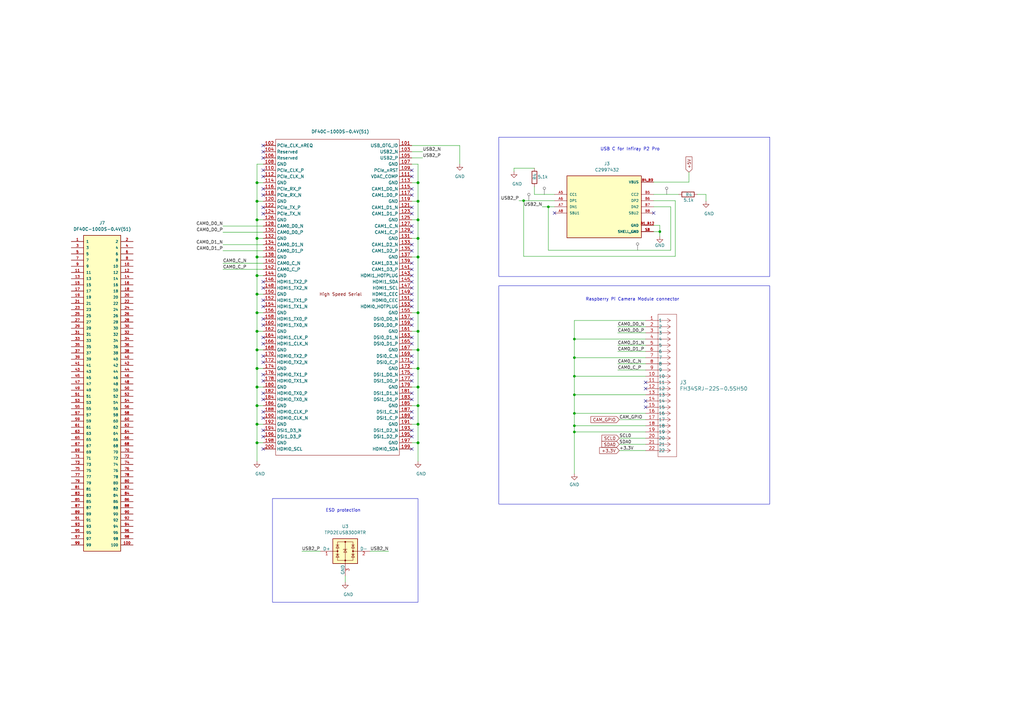
<source format=kicad_sch>
(kicad_sch (version 20230121) (generator eeschema)
  (paper "A3")
  (title_block (title "Raspberry Pi Compute Module 4 Carrier Board v1") (date "2023-06-21") (rev "v01") (comment 2 "creativecommons.org/licenses/by-sa/4.0") (comment 3 "License: CC BY 4.0") (comment 4 "Author: Iiro Karppanen"))
  (lib_symbols
    (symbol "CM4IO:ComputeModule4-CM4"
      (property "Reference" "Module" (at 113.03 -68.58 0))
      (property "Value" "ComputeModule4-CM4" (at 140.97 2.54 0))
      (property "Manufacturer" "Hirose" (at 0 0 0))
      (property "MPN" "2x DF40C-100DS-0.4V" (at 0 -2.54 0))
      (property "MPN (Alt)" "2x DF40HC(3.0)-100DS-0.4V" (at 0 0 0))
      (symbol "ComputeModule4-CM4_1_0"
        (text "GPIO" (at 0 6.35 0) (effects (font (size 1.27 1.27))))
      )
      (symbol "ComputeModule4-CM4_1_1"
        (text "600mA Max" (at -8.89 -53.34 0) (effects (font (size 1.27 1.27))))
        (text "600mA Max" (at -8.89 -48.26 0) (effects (font (size 1.27 1.27))))
        (text "NB SD signals are only available" (at -1.27 -27.94 0) (effects (font (size 1.27 1.27))))
        (text "on modules without eMMC" (at -1.27 -30.48 0) (effects (font (size 1.27 1.27))))
        (pin power_in line (at 27.94 55.88 180) (length 2.54) (name "GND") (number "1"))
        (pin passive line (at -33.02 45.72 0) (length 2.54) (name "Ethernet_Pair0_N") (number "10"))
        (pin output line (at -33.02 -68.58 0) (length 2.54) (name "nEXTRST") (number "100"))
        (pin passive line (at 27.94 43.18 180) (length 2.54) (name "Ethernet_Pair2_P") (number "11"))
        (pin passive line (at -33.02 43.18 0) (length 2.54) (name "Ethernet_Pair0_P") (number "12"))
        (pin power_in line (at 27.94 40.64 180) (length 2.54) (name "GND") (number "13"))
        (pin power_in line (at -33.02 40.64 0) (length 2.54) (name "GND") (number "14"))
        (pin output line (at 27.94 38.1 180) (length 2.54) (name "Ethernet_nLED3(3.3v)") (number "15"))
        (pin input line (at -33.02 38.1 0) (length 2.54) (name "Ethernet_SYNC_IN(1.8v)") (number "16"))
        (pin output line (at 27.94 35.56 180) (length 2.54) (name "Ethernet_nLED2(3.3v)") (number "17"))
        (pin input line (at -33.02 35.56 0) (length 2.54) (name "Ethernet_SYNC_OUT(1.8v)") (number "18"))
        (pin output line (at 27.94 33.02 180) (length 2.54) (name "Ethernet_nLED1(3.3v)") (number "19"))
        (pin power_in line (at -33.02 55.88 0) (length 2.54) (name "GND") (number "2"))
        (pin passive line (at -33.02 33.02 0) (length 2.54) (name "EEPROM_nWP") (number "20"))
        (pin open_collector line (at 27.94 30.48 180) (length 2.54) (name "PI_nLED_Activity") (number "21"))
        (pin power_in line (at -33.02 30.48 0) (length 2.54) (name "GND") (number "22"))
        (pin power_in line (at 27.94 27.94 180) (length 2.54) (name "GND") (number "23"))
        (pin passive line (at -33.02 27.94 0) (length 2.54) (name "GPIO26") (number "24"))
        (pin passive line (at 27.94 25.4 180) (length 2.54) (name "GPIO21") (number "25"))
        (pin passive line (at -33.02 25.4 0) (length 2.54) (name "GPIO19") (number "26"))
        (pin passive line (at 27.94 22.86 180) (length 2.54) (name "GPIO20") (number "27"))
        (pin passive line (at -33.02 22.86 0) (length 2.54) (name "GPIO13") (number "28"))
        (pin passive line (at 27.94 20.32 180) (length 2.54) (name "GPIO16") (number "29"))
        (pin passive line (at 27.94 53.34 180) (length 2.54) (name "Ethernet_Pair3_P") (number "3"))
        (pin passive line (at -33.02 20.32 0) (length 2.54) (name "GPIO6") (number "30"))
        (pin passive line (at 27.94 17.78 180) (length 2.54) (name "GPIO12") (number "31"))
        (pin power_in line (at -33.02 17.78 0) (length 2.54) (name "GND") (number "32"))
        (pin power_in line (at 27.94 15.24 180) (length 2.54) (name "GND") (number "33"))
        (pin passive line (at -33.02 15.24 0) (length 2.54) (name "GPIO5") (number "34"))
        (pin passive line (at 27.94 12.7 180) (length 2.54) (name "ID_SC") (number "35"))
        (pin passive line (at -33.02 12.7 0) (length 2.54) (name "ID_SD") (number "36"))
        (pin passive line (at 27.94 10.16 180) (length 2.54) (name "GPIO7") (number "37"))
        (pin passive line (at -33.02 10.16 0) (length 2.54) (name "GPIO11") (number "38"))
        (pin passive line (at 27.94 7.62 180) (length 2.54) (name "GPIO8") (number "39"))
        (pin passive line (at -33.02 53.34 0) (length 2.54) (name "Ethernet_Pair1_P") (number "4"))
        (pin passive line (at -33.02 7.62 0) (length 2.54) (name "GPIO9") (number "40"))
        (pin passive line (at 27.94 5.08 180) (length 2.54) (name "GPIO25") (number "41"))
        (pin power_in line (at -33.02 5.08 0) (length 2.54) (name "GND") (number "42"))
        (pin power_in line (at 27.94 2.54 180) (length 2.54) (name "GND") (number "43"))
        (pin passive line (at -33.02 2.54 0) (length 2.54) (name "GPIO10") (number "44"))
        (pin passive line (at 27.94 0 180) (length 2.54) (name "GPIO24") (number "45"))
        (pin passive line (at -33.02 0 0) (length 2.54) (name "GPIO22") (number "46"))
        (pin passive line (at 27.94 -2.54 180) (length 2.54) (name "GPIO23") (number "47"))
        (pin passive line (at -33.02 -2.54 0) (length 2.54) (name "GPIO27") (number "48"))
        (pin passive line (at 27.94 -5.08 180) (length 2.54) (name "GPIO18") (number "49"))
        (pin passive line (at 27.94 50.8 180) (length 2.54) (name "Ethernet_Pair3_N") (number "5"))
        (pin passive line (at -33.02 -5.08 0) (length 2.54) (name "GPIO17") (number "50"))
        (pin passive line (at 27.94 -7.62 180) (length 2.54) (name "GPIO15") (number "51"))
        (pin power_in line (at -33.02 -7.62 0) (length 2.54) (name "GND") (number "52"))
        (pin power_in line (at 27.94 -10.16 180) (length 2.54) (name "GND") (number "53"))
        (pin passive line (at -33.02 -10.16 0) (length 2.54) (name "GPIO4") (number "54"))
        (pin passive line (at 27.94 -12.7 180) (length 2.54) (name "GPIO14") (number "55"))
        (pin passive line (at -33.02 -12.7 0) (length 2.54) (name "GPIO3") (number "56"))
        (pin passive line (at 27.94 -15.24 180) (length 2.54) (name "SD_CLK") (number "57"))
        (pin passive line (at -33.02 -15.24 0) (length 2.54) (name "GPIO2") (number "58"))
        (pin power_in line (at 27.94 -17.78 180) (length 2.54) (name "GND") (number "59"))
        (pin passive line (at -33.02 50.8 0) (length 2.54) (name "Ethernet_Pair1_N") (number "6"))
        (pin power_in line (at -33.02 -17.78 0) (length 2.54) (name "GND") (number "60"))
        (pin passive line (at 27.94 -20.32 180) (length 2.54) (name "SD_DAT3") (number "61"))
        (pin passive line (at -33.02 -20.32 0) (length 2.54) (name "SD_CMD") (number "62"))
        (pin passive line (at 27.94 -22.86 180) (length 2.54) (name "SD_DAT0") (number "63"))
        (pin passive line (at -33.02 -22.86 0) (length 2.54) (name "SD_DAT5") (number "64"))
        (pin power_in line (at 27.94 -25.4 180) (length 2.54) (name "GND") (number "65"))
        (pin power_in line (at -33.02 -25.4 0) (length 2.54) (name "GND") (number "66"))
        (pin passive line (at 27.94 -27.94 180) (length 2.54) (name "SD_DAT1") (number "67"))
        (pin passive line (at -33.02 -27.94 0) (length 2.54) (name "SD_DAT4") (number "68"))
        (pin passive line (at 27.94 -30.48 180) (length 2.54) (name "SD_DAT2") (number "69"))
        (pin power_in line (at 27.94 48.26 180) (length 2.54) (name "GND") (number "7"))
        (pin passive line (at -33.02 -30.48 0) (length 2.54) (name "SD_DAT7") (number "70"))
        (pin power_in line (at 27.94 -33.02 180) (length 2.54) (name "GND") (number "71"))
        (pin passive line (at -33.02 -33.02 0) (length 2.54) (name "SD_DAT6") (number "72"))
        (pin input line (at 27.94 -35.56 180) (length 2.54) (name "SD_VDD_Override") (number "73"))
        (pin power_in line (at -33.02 -35.56 0) (length 2.54) (name "GND") (number "74"))
        (pin output line (at 27.94 -38.1 180) (length 2.54) (name "SD_PWR_ON") (number "75"))
        (pin passive line (at -33.02 -38.1 0) (length 2.54) (name "Reserved") (number "76"))
        (pin power_in line (at 27.94 -40.64 180) (length 2.54) (name "+5v_(Input)") (number "77"))
        (pin power_in line (at -33.02 -40.64 0) (length 2.54) (name "GPIO_VREF(1.8v/3.3v_Input)") (number "78"))
        (pin power_in line (at 27.94 -43.18 180) (length 2.54) (name "+5v_(Input)") (number "79"))
        (pin power_in line (at -33.02 48.26 0) (length 2.54) (name "GND") (number "8"))
        (pin passive line (at -33.02 -43.18 0) (length 2.54) (name "SCL0") (number "80"))
        (pin power_in line (at 27.94 -45.72 180) (length 2.54) (name "+5v_(Input)") (number "81"))
        (pin passive line (at -33.02 -45.72 0) (length 2.54) (name "SDA0") (number "82"))
        (pin power_in line (at 27.94 -48.26 180) (length 2.54) (name "+5v_(Input)") (number "83"))
        (pin power_out line (at -33.02 -48.26 0) (length 2.54) (name "+3.3v_(Output)") (number "84"))
        (pin power_in line (at 27.94 -50.8 180) (length 2.54) (name "+5v_(Input)") (number "85"))
        (pin power_out line (at -33.02 -50.8 0) (length 2.54) (name "+3.3v_(Output)") (number "86"))
        (pin power_in line (at 27.94 -53.34 180) (length 2.54) (name "+5v_(Input)") (number "87"))
        (pin power_out line (at -33.02 -53.34 0) (length 2.54) (name "+1.8v_(Output)") (number "88"))
        (pin power_in line (at 27.94 -55.88 180) (length 2.54) (name "WiFi_nDisable") (number "89"))
        (pin passive line (at 27.94 45.72 180) (length 2.54) (name "Ethernet_Pair2_N") (number "9"))
        (pin power_out line (at -33.02 -55.88 0) (length 2.54) (name "+1.8v_(Output)") (number "90"))
        (pin power_in line (at 27.94 -58.42 180) (length 2.54) (name "BT_nDisable") (number "91"))
        (pin passive line (at -33.02 -58.42 0) (length 2.54) (name "RUN_PG") (number "92"))
        (pin input line (at 27.94 -60.96 180) (length 2.54) (name "nRPIBOOT") (number "93"))
        (pin passive line (at -33.02 -60.96 0) (length 2.54) (name "AnalogIP0") (number "94"))
        (pin output line (at 27.94 -63.5 180) (length 2.54) (name "nPI_LED_PWR") (number "95"))
        (pin passive line (at -33.02 -63.5 0) (length 2.54) (name "AnalogIP1") (number "96"))
        (pin passive line (at 27.94 -66.04 180) (length 2.54) (name "Camera_GPIO") (number "97"))
        (pin power_in line (at -33.02 -66.04 0) (length 2.54) (name "GND") (number "98"))
        (pin input line (at 27.94 -68.58 180) (length 2.54) (name "Global_EN") (number "99"))
      )
      (symbol "ComputeModule4-CM4_2_1"
        (text "High Speed Serial" (at 140.97 0 0) (effects (font (size 1.27 1.27))))
        (pin input line (at 170.18 60.96 180) (length 5.08) (name "USB_OTG_ID") (number "101"))
        (pin input line (at 109.22 60.96 0) (length 5.08) (name "PCIe_CLK_nREQ") (number "102"))
        (pin passive line (at 170.18 58.42 180) (length 5.08) (name "USB2_N") (number "103"))
        (pin passive line (at 109.22 58.42 0) (length 5.08) (name "Reserved") (number "104"))
        (pin passive line (at 170.18 55.88 180) (length 5.08) (name "USB2_P") (number "105"))
        (pin passive line (at 109.22 55.88 0) (length 5.08) (name "Reserved") (number "106"))
        (pin power_in line (at 170.18 53.34 180) (length 5.08) (name "GND") (number "107"))
        (pin power_in line (at 109.22 53.34 0) (length 5.08) (name "GND") (number "108"))
        (pin bidirectional line (at 170.18 50.8 180) (length 5.08) (name "PCIe_nRST") (number "109"))
        (pin output line (at 109.22 50.8 0) (length 5.08) (name "PCIe_CLK_P") (number "110"))
        (pin passive line (at 170.18 48.26 180) (length 5.08) (name "VDAC_COMP") (number "111"))
        (pin output line (at 109.22 48.26 0) (length 5.08) (name "PCIe_CLK_N") (number "112"))
        (pin power_in line (at 170.18 45.72 180) (length 5.08) (name "GND") (number "113"))
        (pin power_in line (at 109.22 45.72 0) (length 5.08) (name "GND") (number "114"))
        (pin input line (at 170.18 43.18 180) (length 5.08) (name "CAM1_D0_N") (number "115"))
        (pin input line (at 109.22 43.18 0) (length 5.08) (name "PCIe_RX_P") (number "116"))
        (pin input line (at 170.18 40.64 180) (length 5.08) (name "CAM1_D0_P") (number "117"))
        (pin input line (at 109.22 40.64 0) (length 5.08) (name "PCIe_RX_N") (number "118"))
        (pin power_in line (at 170.18 38.1 180) (length 5.08) (name "GND") (number "119"))
        (pin power_in line (at 109.22 38.1 0) (length 5.08) (name "GND") (number "120"))
        (pin input line (at 170.18 35.56 180) (length 5.08) (name "CAM1_D1_N") (number "121"))
        (pin output line (at 109.22 35.56 0) (length 5.08) (name "PCIe_TX_P") (number "122"))
        (pin input line (at 170.18 33.02 180) (length 5.08) (name "CAM1_D1_P") (number "123"))
        (pin output line (at 109.22 33.02 0) (length 5.08) (name "PCIe_TX_N") (number "124"))
        (pin power_in line (at 170.18 30.48 180) (length 5.08) (name "GND") (number "125"))
        (pin power_in line (at 109.22 30.48 0) (length 5.08) (name "GND") (number "126"))
        (pin input line (at 170.18 27.94 180) (length 5.08) (name "CAM1_C_N") (number "127"))
        (pin input line (at 109.22 27.94 0) (length 5.08) (name "CAM0_D0_N") (number "128"))
        (pin input line (at 170.18 25.4 180) (length 5.08) (name "CAM1_C_P") (number "129"))
        (pin input line (at 109.22 25.4 0) (length 5.08) (name "CAM0_D0_P") (number "130"))
        (pin power_in line (at 170.18 22.86 180) (length 5.08) (name "GND") (number "131"))
        (pin power_in line (at 109.22 22.86 0) (length 5.08) (name "GND") (number "132"))
        (pin input line (at 170.18 20.32 180) (length 5.08) (name "CAM1_D2_N") (number "133"))
        (pin input line (at 109.22 20.32 0) (length 5.08) (name "CAM0_D1_N") (number "134"))
        (pin input line (at 170.18 17.78 180) (length 5.08) (name "CAM1_D2_P") (number "135"))
        (pin input line (at 109.22 17.78 0) (length 5.08) (name "CAM0_D1_P") (number "136"))
        (pin power_in line (at 170.18 15.24 180) (length 5.08) (name "GND") (number "137"))
        (pin power_in line (at 109.22 15.24 0) (length 5.08) (name "GND") (number "138"))
        (pin input line (at 170.18 12.7 180) (length 5.08) (name "CAM1_D3_N") (number "139"))
        (pin input line (at 109.22 12.7 0) (length 5.08) (name "CAM0_C_N") (number "140"))
        (pin input line (at 170.18 10.16 180) (length 5.08) (name "CAM1_D3_P") (number "141"))
        (pin input line (at 109.22 10.16 0) (length 5.08) (name "CAM0_C_P") (number "142"))
        (pin input line (at 170.18 7.62 180) (length 5.08) (name "HDMI1_HOTPLUG") (number "143"))
        (pin power_in line (at 109.22 7.62 0) (length 5.08) (name "GND") (number "144"))
        (pin bidirectional line (at 170.18 5.08 180) (length 5.08) (name "HDMI1_SDA") (number "145"))
        (pin output line (at 109.22 5.08 0) (length 5.08) (name "HDMI1_TX2_P") (number "146"))
        (pin open_collector line (at 170.18 2.54 180) (length 5.08) (name "HDMI1_SCL") (number "147"))
        (pin output line (at 109.22 2.54 0) (length 5.08) (name "HDMI1_TX2_N") (number "148"))
        (pin open_collector line (at 170.18 0 180) (length 5.08) (name "HDMI1_CEC") (number "149"))
        (pin power_in line (at 109.22 0 0) (length 5.08) (name "GND") (number "150"))
        (pin open_collector line (at 170.18 -2.54 180) (length 5.08) (name "HDMI0_CEC") (number "151"))
        (pin output line (at 109.22 -2.54 0) (length 5.08) (name "HDMI1_TX1_P") (number "152"))
        (pin input line (at 170.18 -5.08 180) (length 5.08) (name "HDMI0_HOTPLUG") (number "153"))
        (pin output line (at 109.22 -5.08 0) (length 5.08) (name "HDMI1_TX1_N") (number "154"))
        (pin power_in line (at 170.18 -7.62 180) (length 5.08) (name "GND") (number "155"))
        (pin power_in line (at 109.22 -7.62 0) (length 5.08) (name "GND") (number "156"))
        (pin output line (at 170.18 -10.16 180) (length 5.08) (name "DSI0_D0_N") (number "157"))
        (pin output line (at 109.22 -10.16 0) (length 5.08) (name "HDMI1_TX0_P") (number "158"))
        (pin output line (at 170.18 -12.7 180) (length 5.08) (name "DSI0_D0_P") (number "159"))
        (pin output line (at 109.22 -12.7 0) (length 5.08) (name "HDMI1_TX0_N") (number "160"))
        (pin power_in line (at 170.18 -15.24 180) (length 5.08) (name "GND") (number "161"))
        (pin power_in line (at 109.22 -15.24 0) (length 5.08) (name "GND") (number "162"))
        (pin output line (at 170.18 -17.78 180) (length 5.08) (name "DSI0_D1_N") (number "163"))
        (pin output line (at 109.22 -17.78 0) (length 5.08) (name "HDMI1_CLK_P") (number "164"))
        (pin output line (at 170.18 -20.32 180) (length 5.08) (name "DSI0_D1_P") (number "165"))
        (pin output line (at 109.22 -20.32 0) (length 5.08) (name "HDMI1_CLK_N") (number "166"))
        (pin power_in line (at 170.18 -22.86 180) (length 5.08) (name "GND") (number "167"))
        (pin power_in line (at 109.22 -22.86 0) (length 5.08) (name "GND") (number "168"))
        (pin output line (at 170.18 -25.4 180) (length 5.08) (name "DSI0_C_N") (number "169"))
        (pin output line (at 109.22 -25.4 0) (length 5.08) (name "HDMI0_TX2_P") (number "170"))
        (pin output line (at 170.18 -27.94 180) (length 5.08) (name "DSI0_C_P") (number "171"))
        (pin output line (at 109.22 -27.94 0) (length 5.08) (name "HDMI0_TX2_N") (number "172"))
        (pin power_in line (at 170.18 -30.48 180) (length 5.08) (name "GND") (number "173"))
        (pin power_in line (at 109.22 -30.48 0) (length 5.08) (name "GND") (number "174"))
        (pin output line (at 170.18 -33.02 180) (length 5.08) (name "DSI1_D0_N") (number "175"))
        (pin output line (at 109.22 -33.02 0) (length 5.08) (name "HDMI0_TX1_P") (number "176"))
        (pin output line (at 170.18 -35.56 180) (length 5.08) (name "DSI1_D0_P") (number "177"))
        (pin output line (at 109.22 -35.56 0) (length 5.08) (name "HDMI0_TX1_N") (number "178"))
        (pin power_in line (at 170.18 -38.1 180) (length 5.08) (name "GND") (number "179"))
        (pin power_in line (at 109.22 -38.1 0) (length 5.08) (name "GND") (number "180"))
        (pin output line (at 170.18 -40.64 180) (length 5.08) (name "DSI1_D1_N") (number "181"))
        (pin output line (at 109.22 -40.64 0) (length 5.08) (name "HDMI0_TX0_P") (number "182"))
        (pin output line (at 170.18 -43.18 180) (length 5.08) (name "DSI1_D1_P") (number "183"))
        (pin output line (at 109.22 -43.18 0) (length 5.08) (name "HDMI0_TX0_N") (number "184"))
        (pin power_in line (at 170.18 -45.72 180) (length 5.08) (name "GND") (number "185"))
        (pin power_in line (at 109.22 -45.72 0) (length 5.08) (name "GND") (number "186"))
        (pin output line (at 170.18 -48.26 180) (length 5.08) (name "DSI1_C_N") (number "187"))
        (pin output line (at 109.22 -48.26 0) (length 5.08) (name "HDMI0_CLK_P") (number "188"))
        (pin output line (at 170.18 -50.8 180) (length 5.08) (name "DSI1_C_P") (number "189"))
        (pin output line (at 109.22 -50.8 0) (length 5.08) (name "HDMI0_CLK_N") (number "190"))
        (pin power_in line (at 170.18 -53.34 180) (length 5.08) (name "GND") (number "191"))
        (pin power_in line (at 109.22 -53.34 0) (length 5.08) (name "GND") (number "192"))
        (pin output line (at 170.18 -55.88 180) (length 5.08) (name "DSI1_D2_N") (number "193"))
        (pin output line (at 109.22 -55.88 0) (length 5.08) (name "DSI1_D3_N") (number "194"))
        (pin output line (at 170.18 -58.42 180) (length 5.08) (name "DSI1_D2_P") (number "195"))
        (pin output line (at 109.22 -58.42 0) (length 5.08) (name "DSI1_D3_P") (number "196"))
        (pin power_in line (at 170.18 -60.96 180) (length 5.08) (name "GND") (number "197"))
        (pin power_in line (at 109.22 -60.96 0) (length 5.08) (name "GND") (number "198"))
        (pin bidirectional line (at 170.18 -63.5 180) (length 5.08) (name "HDMI0_SDA") (number "199"))
        (pin open_collector line (at 109.22 -63.5 0) (length 5.08) (name "HDMI0_SCL") (number "200"))
      )
    )
    (symbol "DF40C-100DS-0.4V_51_:DF40C-100DS-0.4V(51)" (pin_names (offset 1.016))
      (property "Reference" "J" (at -7.6383 63.6526 0))
      (property "Value" "DF40C-100DS-0.4V(51)" (at -7.6363 -71.2718 0))
      (symbol "DF40C-100DS-0.4V(51)_0_0"
        (pin passive line (at -12.7 60.96 0) (length 5.08) (name "1") (number "1"))
        (pin passive line (at 12.7 50.8 180) (length 5.08) (name "10") (number "10"))
        (pin passive line (at 12.7 -63.5 180) (length 5.08) (name "100") (number "100"))
        (pin passive line (at -12.7 48.26 0) (length 5.08) (name "11") (number "11"))
        (pin passive line (at 12.7 48.26 180) (length 5.08) (name "12") (number "12"))
        (pin passive line (at -12.7 45.72 0) (length 5.08) (name "13") (number "13"))
        (pin passive line (at 12.7 45.72 180) (length 5.08) (name "14") (number "14"))
        (pin passive line (at -12.7 43.18 0) (length 5.08) (name "15") (number "15"))
        (pin passive line (at 12.7 43.18 180) (length 5.08) (name "16") (number "16"))
        (pin passive line (at -12.7 40.64 0) (length 5.08) (name "17") (number "17"))
        (pin passive line (at 12.7 40.64 180) (length 5.08) (name "18") (number "18"))
        (pin passive line (at -12.7 38.1 0) (length 5.08) (name "19") (number "19"))
        (pin passive line (at 12.7 60.96 180) (length 5.08) (name "2") (number "2"))
        (pin passive line (at 12.7 38.1 180) (length 5.08) (name "20") (number "20"))
        (pin passive line (at -12.7 35.56 0) (length 5.08) (name "21") (number "21"))
        (pin passive line (at 12.7 35.56 180) (length 5.08) (name "22") (number "22"))
        (pin passive line (at -12.7 33.02 0) (length 5.08) (name "23") (number "23"))
        (pin passive line (at 12.7 33.02 180) (length 5.08) (name "24") (number "24"))
        (pin passive line (at -12.7 30.48 0) (length 5.08) (name "25") (number "25"))
        (pin passive line (at 12.7 30.48 180) (length 5.08) (name "26") (number "26"))
        (pin passive line (at -12.7 27.94 0) (length 5.08) (name "27") (number "27"))
        (pin passive line (at 12.7 27.94 180) (length 5.08) (name "28") (number "28"))
        (pin passive line (at -12.7 25.4 0) (length 5.08) (name "29") (number "29"))
        (pin passive line (at -12.7 58.42 0) (length 5.08) (name "3") (number "3"))
        (pin passive line (at 12.7 25.4 180) (length 5.08) (name "30") (number "30"))
        (pin passive line (at -12.7 22.86 0) (length 5.08) (name "31") (number "31"))
        (pin passive line (at 12.7 22.86 180) (length 5.08) (name "32") (number "32"))
        (pin passive line (at -12.7 20.32 0) (length 5.08) (name "33") (number "33"))
        (pin passive line (at 12.7 20.32 180) (length 5.08) (name "34") (number "34"))
        (pin passive line (at -12.7 17.78 0) (length 5.08) (name "35") (number "35"))
        (pin passive line (at 12.7 17.78 180) (length 5.08) (name "36") (number "36"))
        (pin passive line (at -12.7 15.24 0) (length 5.08) (name "37") (number "37"))
        (pin passive line (at 12.7 15.24 180) (length 5.08) (name "38") (number "38"))
        (pin passive line (at -12.7 12.7 0) (length 5.08) (name "39") (number "39"))
        (pin passive line (at 12.7 58.42 180) (length 5.08) (name "4") (number "4"))
        (pin passive line (at 12.7 12.7 180) (length 5.08) (name "40") (number "40"))
        (pin passive line (at -12.7 10.16 0) (length 5.08) (name "41") (number "41"))
        (pin passive line (at 12.7 10.16 180) (length 5.08) (name "42") (number "42"))
        (pin passive line (at -12.7 7.62 0) (length 5.08) (name "43") (number "43"))
        (pin passive line (at 12.7 7.62 180) (length 5.08) (name "44") (number "44"))
        (pin passive line (at -12.7 5.08 0) (length 5.08) (name "45") (number "45"))
        (pin passive line (at 12.7 5.08 180) (length 5.08) (name "46") (number "46"))
        (pin passive line (at -12.7 2.54 0) (length 5.08) (name "47") (number "47"))
        (pin passive line (at 12.7 2.54 180) (length 5.08) (name "48") (number "48"))
        (pin passive line (at -12.7 0 0) (length 5.08) (name "49") (number "49"))
        (pin passive line (at -12.7 55.88 0) (length 5.08) (name "5") (number "5"))
        (pin passive line (at 12.7 0 180) (length 5.08) (name "50") (number "50"))
        (pin passive line (at -12.7 -2.54 0) (length 5.08) (name "51") (number "51"))
        (pin passive line (at 12.7 -2.54 180) (length 5.08) (name "52") (number "52"))
        (pin passive line (at -12.7 -5.08 0) (length 5.08) (name "53") (number "53"))
        (pin passive line (at 12.7 -5.08 180) (length 5.08) (name "54") (number "54"))
        (pin passive line (at -12.7 -7.62 0) (length 5.08) (name "55") (number "55"))
        (pin passive line (at 12.7 -7.62 180) (length 5.08) (name "56") (number "56"))
        (pin passive line (at -12.7 -10.16 0) (length 5.08) (name "57") (number "57"))
        (pin passive line (at 12.7 -10.16 180) (length 5.08) (name "58") (number "58"))
        (pin passive line (at -12.7 -12.7 0) (length 5.08) (name "59") (number "59"))
        (pin passive line (at 12.7 55.88 180) (length 5.08) (name "6") (number "6"))
        (pin passive line (at 12.7 -12.7 180) (length 5.08) (name "60") (number "60"))
        (pin passive line (at -12.7 -15.24 0) (length 5.08) (name "61") (number "61"))
        (pin passive line (at 12.7 -15.24 180) (length 5.08) (name "62") (number "62"))
        (pin passive line (at -12.7 -17.78 0) (length 5.08) (name "63") (number "63"))
        (pin passive line (at 12.7 -17.78 180) (length 5.08) (name "64") (number "64"))
        (pin passive line (at -12.7 -20.32 0) (length 5.08) (name "65") (number "65"))
        (pin passive line (at 12.7 -20.32 180) (length 5.08) (name "66") (number "66"))
        (pin passive line (at -12.7 -22.86 0) (length 5.08) (name "67") (number "67"))
        (pin passive line (at 12.7 -22.86 180) (length 5.08) (name "68") (number "68"))
        (pin passive line (at -12.7 -25.4 0) (length 5.08) (name "69") (number "69"))
        (pin passive line (at -12.7 53.34 0) (length 5.08) (name "7") (number "7"))
        (pin passive line (at 12.7 -25.4 180) (length 5.08) (name "70") (number "70"))
        (pin passive line (at -12.7 -27.94 0) (length 5.08) (name "71") (number "71"))
        (pin passive line (at 12.7 -27.94 180) (length 5.08) (name "72") (number "72"))
        (pin passive line (at -12.7 -30.48 0) (length 5.08) (name "73") (number "73"))
        (pin passive line (at 12.7 -30.48 180) (length 5.08) (name "74") (number "74"))
        (pin passive line (at -12.7 -33.02 0) (length 5.08) (name "75") (number "75"))
        (pin passive line (at 12.7 -33.02 180) (length 5.08) (name "76") (number "76"))
        (pin passive line (at -12.7 -35.56 0) (length 5.08) (name "77") (number "77"))
        (pin passive line (at 12.7 -35.56 180) (length 5.08) (name "78") (number "78"))
        (pin passive line (at -12.7 -38.1 0) (length 5.08) (name "79") (number "79"))
        (pin passive line (at 12.7 53.34 180) (length 5.08) (name "8") (number "8"))
        (pin passive line (at 12.7 -38.1 180) (length 5.08) (name "80") (number "80"))
        (pin passive line (at -12.7 -40.64 0) (length 5.08) (name "81") (number "81"))
        (pin passive line (at 12.7 -40.64 180) (length 5.08) (name "82") (number "82"))
        (pin passive line (at -12.7 -43.18 0) (length 5.08) (name "83") (number "83"))
        (pin passive line (at 12.7 -43.18 180) (length 5.08) (name "84") (number "84"))
        (pin passive line (at -12.7 -45.72 0) (length 5.08) (name "85") (number "85"))
        (pin passive line (at 12.7 -45.72 180) (length 5.08) (name "86") (number "86"))
        (pin passive line (at -12.7 -48.26 0) (length 5.08) (name "87") (number "87"))
        (pin passive line (at 12.7 -48.26 180) (length 5.08) (name "88") (number "88"))
        (pin passive line (at -12.7 -50.8 0) (length 5.08) (name "89") (number "89"))
        (pin passive line (at -12.7 50.8 0) (length 5.08) (name "9") (number "9"))
        (pin passive line (at 12.7 -50.8 180) (length 5.08) (name "90") (number "90"))
        (pin passive line (at -12.7 -53.34 0) (length 5.08) (name "91") (number "91"))
        (pin passive line (at 12.7 -53.34 180) (length 5.08) (name "92") (number "92"))
        (pin passive line (at -12.7 -55.88 0) (length 5.08) (name "93") (number "93"))
        (pin passive line (at 12.7 -55.88 180) (length 5.08) (name "94") (number "94"))
        (pin passive line (at -12.7 -58.42 0) (length 5.08) (name "95") (number "95"))
        (pin passive line (at 12.7 -58.42 180) (length 5.08) (name "96") (number "96"))
        (pin passive line (at -12.7 -60.96 0) (length 5.08) (name "97") (number "97"))
        (pin passive line (at 12.7 -60.96 180) (length 5.08) (name "98") (number "98"))
        (pin passive line (at -12.7 -63.5 0) (length 5.08) (name "99") (number "99"))
      )
    )
    (symbol "Device:R" (pin_numbers hide) (pin_names (offset 0))
      (property "Reference" "R" (at 2.032 0 90))
      (property "Value" "R" (at 0 0 90))
      (symbol "R_1_1"
        (pin passive line (at 0 3.81 270) (length 1.27) (name "~") (number "1"))
        (pin passive line (at 0 -3.81 90) (length 1.27) (name "~") (number "2"))
      )
    )
    (symbol "FH34SRJ-22S-0-5SH-50:FH34SRJ-22S-0.5SH50" (pin_names (offset 0.254))
      (property "Reference" "J" (at 8.89 6.35 0))
      (property "Value" "FH34SRJ-22S-0.5SH50" (at 0 0 0))
      (symbol "FH34SRJ-22S-0.5SH50_1_1"
        (pin unspecified line (at 0 0 0) (length 5.08) (name "1") (number "1"))
        (pin unspecified line (at 0 -22.86 0) (length 5.08) (name "10") (number "10"))
        (pin unspecified line (at 0 -25.4 0) (length 5.08) (name "11") (number "11"))
        (pin unspecified line (at 0 -27.94 0) (length 5.08) (name "12") (number "12"))
        (pin unspecified line (at 0 -30.48 0) (length 5.08) (name "13") (number "13"))
        (pin unspecified line (at 0 -33.02 0) (length 5.08) (name "14") (number "14"))
        (pin unspecified line (at 0 -35.56 0) (length 5.08) (name "15") (number "15"))
        (pin unspecified line (at 0 -38.1 0) (length 5.08) (name "16") (number "16"))
        (pin unspecified line (at 0 -40.64 0) (length 5.08) (name "17") (number "17"))
        (pin unspecified line (at 0 -43.18 0) (length 5.08) (name "18") (number "18"))
        (pin unspecified line (at 0 -45.72 0) (length 5.08) (name "19") (number "19"))
        (pin unspecified line (at 0 -2.54 0) (length 5.08) (name "2") (number "2"))
        (pin unspecified line (at 0 -48.26 0) (length 5.08) (name "20") (number "20"))
        (pin unspecified line (at 0 -50.8 0) (length 5.08) (name "21") (number "21"))
        (pin unspecified line (at 0 -53.34 0) (length 5.08) (name "22") (number "22"))
        (pin unspecified line (at 0 -5.08 0) (length 5.08) (name "3") (number "3"))
        (pin unspecified line (at 0 -7.62 0) (length 5.08) (name "4") (number "4"))
        (pin unspecified line (at 0 -10.16 0) (length 5.08) (name "5") (number "5"))
        (pin unspecified line (at 0 -12.7 0) (length 5.08) (name "6") (number "6"))
        (pin unspecified line (at 0 -15.24 0) (length 5.08) (name "7") (number "7"))
        (pin unspecified line (at 0 -17.78 0) (length 5.08) (name "8") (number "8"))
        (pin unspecified line (at 0 -20.32 0) (length 5.08) (name "9") (number "9"))
      )
      (symbol "FH34SRJ-22S-0.5SH50_1_2"
        (pin unspecified line (at 0 0 0) (length 5.08) (name "1") (number "1"))
        (pin unspecified line (at 0 -22.86 0) (length 5.08) (name "10") (number "10"))
        (pin unspecified line (at 0 -25.4 0) (length 5.08) (name "11") (number "11"))
        (pin unspecified line (at 0 -27.94 0) (length 5.08) (name "12") (number "12"))
        (pin unspecified line (at 0 -30.48 0) (length 5.08) (name "13") (number "13"))
        (pin unspecified line (at 0 -33.02 0) (length 5.08) (name "14") (number "14"))
        (pin unspecified line (at 0 -35.56 0) (length 5.08) (name "15") (number "15"))
        (pin unspecified line (at 0 -38.1 0) (length 5.08) (name "16") (number "16"))
        (pin unspecified line (at 0 -40.64 0) (length 5.08) (name "17") (number "17"))
        (pin unspecified line (at 0 -43.18 0) (length 5.08) (name "18") (number "18"))
        (pin unspecified line (at 0 -45.72 0) (length 5.08) (name "19") (number "19"))
        (pin unspecified line (at 0 -2.54 0) (length 5.08) (name "2") (number "2"))
        (pin unspecified line (at 0 -48.26 0) (length 5.08) (name "20") (number "20"))
        (pin unspecified line (at 0 -50.8 0) (length 5.08) (name "21") (number "21"))
        (pin unspecified line (at 0 -53.34 0) (length 5.08) (name "22") (number "22"))
        (pin unspecified line (at 0 -5.08 0) (length 5.08) (name "3") (number "3"))
        (pin unspecified line (at 0 -7.62 0) (length 5.08) (name "4") (number "4"))
        (pin unspecified line (at 0 -10.16 0) (length 5.08) (name "5") (number "5"))
        (pin unspecified line (at 0 -12.7 0) (length 5.08) (name "6") (number "6"))
        (pin unspecified line (at 0 -15.24 0) (length 5.08) (name "7") (number "7"))
        (pin unspecified line (at 0 -17.78 0) (length 5.08) (name "8") (number "8"))
        (pin unspecified line (at 0 -20.32 0) (length 5.08) (name "9") (number "9"))
      )
    )
    (symbol "GND_1" (power) (pin_names (offset 0))
      (property "Value" "GND_1" (at 0 -3.81 0))
      (symbol "GND_1_1_1"
        (pin power_in line (at 0 0 270) (length 0) hide (name "GND") (number "1"))
      )
    )
    (symbol "GND_2" (power) (pin_names (offset 0))
      (property "Value" "GND_2" (at 0 -3.81 0))
      (symbol "GND_2_1_1"
        (pin power_in line (at 0 0 270) (length 0) hide (name "GND") (number "1"))
      )
    )
    (symbol "Power_Protection:TPD2EUSB30" (pin_names (offset 0))
      (property "Reference" "U" (at 0 6.35 0))
      (property "Value" "TPD2EUSB30" (at 7.62 -7.62 0))
      (symbol "TPD2EUSB30_1_1"
        (pin passive line (at -10.16 0 0) (length 5.08) (name "D+") (number "1"))
        (pin passive line (at 10.16 0 180) (length 5.08) (name "D-") (number "2"))
        (pin passive line (at 0 -10.16 90) (length 5.08) (name "GND") (number "3"))
      )
    )
    (symbol "USB4105-GF-A:USB4105-GF-A" (pin_names (offset 1.016))
      (property "Reference" "J" (at -15.24 13.97 0))
      (property "Value" "USB4105-GF-A" (at -15.24 -15.24 0))
      (symbol "USB4105-GF-A_0_0"
        (pin power_in line (at 20.32 -7.62 180) (length 5.08) (name "GND") (number "A1_B12"))
        (pin power_in line (at 20.32 10.16 180) (length 5.08) (name "VBUS") (number "A4_B9"))
        (pin bidirectional line (at -20.32 5.08 0) (length 5.08) (name "CC1") (number "A5"))
        (pin bidirectional line (at -20.32 2.54 0) (length 5.08) (name "DP1") (number "A6"))
        (pin bidirectional line (at -20.32 0 0) (length 5.08) (name "DN1") (number "A7"))
        (pin bidirectional line (at -20.32 -2.54 0) (length 5.08) (name "SBU1") (number "A8"))
        (pin power_in line (at 20.32 -7.62 180) (length 5.08) (name "GND") (number "B1_A12"))
        (pin power_in line (at 20.32 10.16 180) (length 5.08) (name "VBUS") (number "B4_A9"))
        (pin bidirectional line (at 20.32 5.08 180) (length 5.08) (name "CC2") (number "B5"))
        (pin bidirectional line (at 20.32 2.54 180) (length 5.08) (name "DP2") (number "B6"))
        (pin bidirectional line (at 20.32 0 180) (length 5.08) (name "DN2") (number "B7"))
        (pin bidirectional line (at 20.32 -2.54 180) (length 5.08) (name "SBU2") (number "B8"))
        (pin power_in line (at 20.32 -10.16 180) (length 5.08) (name "SHELL_GND") (number "S1"))
        (pin power_in line (at 20.32 -10.16 180) (length 5.08) (name "SHELL_GND") (number "S2"))
        (pin power_in line (at 20.32 -10.16 180) (length 5.08) (name "SHELL_GND") (number "S3"))
        (pin power_in line (at 20.32 -10.16 180) (length 5.08) (name "SHELL_GND") (number "S4"))
      )
    )
    (symbol "power:GND" (power) (pin_names (offset 0))
      (property "Value" "GND" (at 0 -3.81 0))
      (symbol "GND_1_1"
        (pin power_in line (at 0 0 270) (length 0) hide (name "GND") (number "1"))
      )
    )
  )
  (junction (at 105.41 151.13) (diameter 1.016))
  (junction (at 171.45 97.79) (diameter 1.016))
  (junction (at 171.45 74.93) (diameter 1.016))
  (junction (at 235.585 139.065))
  (junction (at 235.585 169.545))
  (junction (at 171.45 143.51) (diameter 1.016))
  (junction (at 214.757 82.296))
  (junction (at 270.637 94.996))
  (junction (at 235.585 174.625))
  (junction (at 235.585 161.925))
  (junction (at 105.41 173.99) (diameter 1.016))
  (junction (at 235.585 154.305))
  (junction (at 171.45 166.37) (diameter 1.016))
  (junction (at 171.45 90.17) (diameter 1.016))
  (junction (at 105.41 74.93) (diameter 1.016))
  (junction (at 105.41 143.51) (diameter 1.016))
  (junction (at 171.45 181.61) (diameter 1.016))
  (junction (at 224.917 84.836))
  (junction (at 105.41 90.17) (diameter 1.016))
  (junction (at 105.41 105.41) (diameter 1.016))
  (junction (at 171.45 135.89) (diameter 1.016))
  (junction (at 105.41 97.79) (diameter 1.016))
  (junction (at 171.45 105.41) (diameter 1.016))
  (junction (at 171.45 82.55) (diameter 1.016))
  (junction (at 105.41 158.75) (diameter 1.016))
  (junction (at 105.41 128.27) (diameter 1.016))
  (junction (at 105.41 181.61) (diameter 1.016))
  (junction (at 105.41 166.37) (diameter 1.016))
  (junction (at 235.585 146.685))
  (junction (at 105.41 120.65) (diameter 1.016))
  (junction (at 105.41 113.03) (diameter 1.016))
  (junction (at 171.45 128.27) (diameter 1.016))
  (junction (at 105.41 135.89) (diameter 1.016))
  (junction (at 235.585 177.165))
  (junction (at 171.45 151.13) (diameter 1.016))
  (junction (at 105.41 82.55) (diameter 1.016))
  (junction (at 171.45 173.99) (diameter 1.016))
  (junction (at 171.45 158.75) (diameter 1.016))
  (no_connect (at 168.91 184.15))
  (no_connect (at 168.91 176.53))
  (no_connect (at 168.91 161.29))
  (no_connect (at 107.95 148.59))
  (no_connect (at 227.457 87.376))
  (no_connect (at 168.91 130.81))
  (no_connect (at 168.91 87.63))
  (no_connect (at 107.95 140.97))
  (no_connect (at 107.95 179.07))
  (no_connect (at 168.91 179.07))
  (no_connect (at 107.95 168.91))
  (no_connect (at 168.91 110.49))
  (no_connect (at 107.95 85.09))
  (no_connect (at 168.91 163.83))
  (no_connect (at 168.91 168.91))
  (no_connect (at 168.91 146.05))
  (no_connect (at 107.95 138.43))
  (no_connect (at 168.91 125.73))
  (no_connect (at 168.91 171.45))
  (no_connect (at 107.95 171.45))
  (no_connect (at 264.795 159.385))
  (no_connect (at 168.91 115.57))
  (no_connect (at 107.95 118.11))
  (no_connect (at 107.95 176.53))
  (no_connect (at 168.91 148.59))
  (no_connect (at 107.95 59.69))
  (no_connect (at 168.91 69.85))
  (no_connect (at 107.95 72.39))
  (no_connect (at 168.91 123.19))
  (no_connect (at 107.95 123.19))
  (no_connect (at 168.91 80.01))
  (no_connect (at 168.91 100.33))
  (no_connect (at 107.95 130.81))
  (no_connect (at 168.91 138.43))
  (no_connect (at 168.91 72.39))
  (no_connect (at 107.95 156.21))
  (no_connect (at 168.91 133.35))
  (no_connect (at 168.91 140.97))
  (no_connect (at 107.95 161.29))
  (no_connect (at 107.95 80.01))
  (no_connect (at 107.95 163.83))
  (no_connect (at 168.91 107.95))
  (no_connect (at 107.95 77.47))
  (no_connect (at 107.95 64.77))
  (no_connect (at 264.795 167.005))
  (no_connect (at 107.95 87.63))
  (no_connect (at 168.91 153.67))
  (no_connect (at 107.95 153.67))
  (no_connect (at 168.91 85.09))
  (no_connect (at 168.91 102.87))
  (no_connect (at 107.95 125.73))
  (no_connect (at 168.91 77.47))
  (no_connect (at 264.795 156.845))
  (no_connect (at 168.91 120.65))
  (no_connect (at 264.795 164.465))
  (no_connect (at 107.95 133.35))
  (no_connect (at 168.91 92.71))
  (no_connect (at 168.91 118.11))
  (no_connect (at 168.91 156.21))
  (no_connect (at 107.95 62.23))
  (no_connect (at 107.95 184.15))
  (no_connect (at 107.95 146.05))
  (no_connect (at 107.95 115.57))
  (no_connect (at 168.91 95.25))
  (no_connect (at 168.91 113.03))
  (no_connect (at 268.097 87.376))
  (no_connect (at 107.95 69.85))
  (wire (pts (xy 253.365 151.765) (xy 264.795 151.765)))
  (wire (pts (xy 212.852 82.296) (xy 214.757 82.296)))
  (wire (pts (xy 168.91 82.55) (xy 171.45 82.55)))
  (wire (pts (xy 105.41 113.03) (xy 105.41 120.65)))
  (wire (pts (xy 168.91 97.79) (xy 171.45 97.79)))
  (wire (pts (xy 105.41 135.89) (xy 105.41 143.51)))
  (wire (pts (xy 219.202 76.581) (xy 219.202 79.756)))
  (wire (pts (xy 168.91 90.17) (xy 171.45 90.17)))
  (wire (pts (xy 168.91 158.75) (xy 171.45 158.75)))
  (wire (pts (xy 105.41 113.03) (xy 107.95 113.03)))
  (wire (pts (xy 270.637 92.456) (xy 270.637 94.996)))
  (wire (pts (xy 91.44 92.71) (xy 107.95 92.71)))
  (wire (pts (xy 141.605 236.22) (xy 141.605 238.76)))
  (wire (pts (xy 235.585 154.305) (xy 235.585 161.925)))
  (wire (pts (xy 275.082 84.836) (xy 275.082 102.616)))
  (wire (pts (xy 276.987 105.156) (xy 214.757 105.156)))
  (wire (pts (xy 235.585 177.165) (xy 264.795 177.165)))
  (wire (pts (xy 235.585 131.445) (xy 235.585 139.065)))
  (wire (pts (xy 235.585 131.445) (xy 264.795 131.445)))
  (wire (pts (xy 253.365 141.605) (xy 264.795 141.605)))
  (wire (pts (xy 171.45 82.55) (xy 171.45 90.17)))
  (wire (pts (xy 105.41 143.51) (xy 105.41 151.13)))
  (wire (pts (xy 105.41 151.13) (xy 107.95 151.13)))
  (wire (pts (xy 264.795 154.305) (xy 235.585 154.305)))
  (wire (pts (xy 276.987 82.296) (xy 276.987 105.156)))
  (wire (pts (xy 105.41 135.89) (xy 107.95 135.89)))
  (wire (pts (xy 235.585 146.685) (xy 235.585 154.305)))
  (wire (pts (xy 123.825 226.06) (xy 131.445 226.06)))
  (wire (pts (xy 105.41 67.31) (xy 107.95 67.31)))
  (wire (pts (xy 105.41 166.37) (xy 105.41 173.99)))
  (wire (pts (xy 264.795 169.545) (xy 235.585 169.545)))
  (wire (pts (xy 171.45 105.41) (xy 171.45 128.27)))
  (wire (pts (xy 105.41 181.61) (xy 105.41 189.23)))
  (wire (pts (xy 105.41 82.55) (xy 107.95 82.55)))
  (wire (pts (xy 235.585 161.925) (xy 264.795 161.925)))
  (wire (pts (xy 171.45 67.31) (xy 171.45 74.93)))
  (wire (pts (xy 235.585 139.065) (xy 264.795 139.065)))
  (wire (pts (xy 253.365 149.225) (xy 264.795 149.225)))
  (wire (pts (xy 168.91 67.31) (xy 171.45 67.31)))
  (wire (pts (xy 105.41 90.17) (xy 107.95 90.17)))
  (wire (pts (xy 105.41 181.61) (xy 107.95 181.61)))
  (wire (pts (xy 171.45 74.93) (xy 171.45 82.55)))
  (wire (pts (xy 171.45 181.61) (xy 171.45 189.23)))
  (wire (pts (xy 235.585 161.925) (xy 235.585 169.545)))
  (wire (pts (xy 214.757 105.156) (xy 214.757 82.296)))
  (wire (pts (xy 168.91 135.89) (xy 171.45 135.89)))
  (wire (pts (xy 289.56 82.55) (xy 289.56 79.756)))
  (wire (pts (xy 105.41 67.31) (xy 105.41 74.93)))
  (wire (pts (xy 91.44 107.95) (xy 107.95 107.95)))
  (wire (pts (xy 105.41 143.51) (xy 107.95 143.51)))
  (wire (pts (xy 105.41 82.55) (xy 105.41 90.17)))
  (wire (pts (xy 268.097 84.836) (xy 275.082 84.836)))
  (wire (pts (xy 171.45 97.79) (xy 171.45 105.41)))
  (wire (pts (xy 268.097 74.676) (xy 282.575 74.676)))
  (wire (pts (xy 254 179.705) (xy 264.795 179.705)))
  (wire (pts (xy 254 182.245) (xy 264.795 182.245)))
  (wire (pts (xy 105.41 105.41) (xy 105.41 113.03)))
  (wire (pts (xy 235.585 177.165) (xy 235.585 194.31)))
  (wire (pts (xy 171.45 158.75) (xy 171.45 166.37)))
  (wire (pts (xy 168.91 173.99) (xy 171.45 173.99)))
  (wire (pts (xy 105.41 128.27) (xy 105.41 135.89)))
  (wire (pts (xy 253.365 133.985) (xy 264.795 133.985)))
  (wire (pts (xy 224.917 102.616) (xy 224.917 84.836)))
  (wire (pts (xy 91.44 102.87) (xy 107.95 102.87)))
  (wire (pts (xy 91.44 110.49) (xy 107.95 110.49)))
  (wire (pts (xy 105.41 158.75) (xy 107.95 158.75)))
  (wire (pts (xy 235.585 174.625) (xy 235.585 177.165)))
  (wire (pts (xy 105.41 128.27) (xy 107.95 128.27)))
  (wire (pts (xy 91.44 100.33) (xy 107.95 100.33)))
  (wire (pts (xy 235.585 174.625) (xy 264.795 174.625)))
  (wire (pts (xy 171.45 173.99) (xy 171.45 181.61)))
  (wire (pts (xy 171.45 166.37) (xy 171.45 173.99)))
  (wire (pts (xy 168.91 166.37) (xy 171.45 166.37)))
  (wire (pts (xy 105.41 120.65) (xy 107.95 120.65)))
  (wire (pts (xy 168.91 143.51) (xy 171.45 143.51)))
  (wire (pts (xy 214.757 82.296) (xy 227.457 82.296)))
  (wire (pts (xy 105.41 97.79) (xy 107.95 97.79)))
  (wire (pts (xy 268.097 94.996) (xy 270.637 94.996)))
  (wire (pts (xy 282.575 70.612) (xy 282.575 74.676)))
  (wire (pts (xy 105.41 173.99) (xy 107.95 173.99)))
  (wire (pts (xy 222.377 84.836) (xy 224.917 84.836)))
  (wire (pts (xy 275.082 102.616) (xy 224.917 102.616)))
  (wire (pts (xy 105.41 166.37) (xy 107.95 166.37)))
  (wire (pts (xy 253.365 136.525) (xy 264.795 136.525)))
  (wire (pts (xy 105.41 173.99) (xy 105.41 181.61)))
  (wire (pts (xy 105.41 158.75) (xy 105.41 166.37)))
  (wire (pts (xy 91.44 95.25) (xy 107.95 95.25)))
  (wire (pts (xy 168.91 181.61) (xy 171.45 181.61)))
  (wire (pts (xy 270.637 96.9772) (xy 270.637 94.996)))
  (wire (pts (xy 105.41 151.13) (xy 105.41 158.75)))
  (wire (pts (xy 188.595 59.69) (xy 168.91 59.69)))
  (wire (pts (xy 268.097 92.456) (xy 270.637 92.456)))
  (wire (pts (xy 188.595 67.31) (xy 188.595 59.69)))
  (wire (pts (xy 235.585 169.545) (xy 235.585 174.625)))
  (wire (pts (xy 254 184.785) (xy 264.795 184.785)))
  (wire (pts (xy 105.41 74.93) (xy 107.95 74.93)))
  (wire (pts (xy 105.41 105.41) (xy 107.95 105.41)))
  (wire (pts (xy 105.41 120.65) (xy 105.41 128.27)))
  (wire (pts (xy 224.917 84.836) (xy 227.457 84.836)))
  (wire (pts (xy 168.91 74.93) (xy 171.45 74.93)))
  (wire (pts (xy 254 172.085) (xy 264.795 172.085)))
  (wire (pts (xy 171.45 90.17) (xy 171.45 97.79)))
  (wire (pts (xy 151.765 226.06) (xy 159.385 226.06)))
  (wire (pts (xy 171.45 143.51) (xy 171.45 151.13)))
  (wire (pts (xy 105.41 97.79) (xy 105.41 105.41)))
  (wire (pts (xy 235.585 139.065) (xy 235.585 146.685)))
  (wire (pts (xy 227.457 79.756) (xy 219.202 79.756)))
  (wire (pts (xy 171.45 151.13) (xy 171.45 158.75)))
  (wire (pts (xy 253.365 144.145) (xy 264.795 144.145)))
  (wire (pts (xy 264.795 146.685) (xy 235.585 146.685)))
  (wire (pts (xy 210.82 68.961) (xy 219.202 68.961)))
  (wire (pts (xy 105.41 74.93) (xy 105.41 82.55)))
  (wire (pts (xy 105.41 90.17) (xy 105.41 97.79)))
  (wire (pts (xy 168.91 128.27) (xy 171.45 128.27)))
  (wire (pts (xy 168.91 151.13) (xy 171.45 151.13)))
  (wire (pts (xy 171.45 135.89) (xy 171.45 143.51)))
  (wire (pts (xy 168.91 105.41) (xy 171.45 105.41)))
  (wire (pts (xy 210.82 70.358) (xy 210.82 68.961)))
  (wire (pts (xy 171.45 128.27) (xy 171.45 135.89)))
  (wire (pts (xy 268.097 79.756) (xy 278.384 79.756)))
  (wire (pts (xy 268.097 82.296) (xy 276.987 82.296)))
  (wire (pts (xy 168.91 64.77) (xy 173.355 64.77)))
  (wire (pts (xy 168.91 62.23) (xy 173.355 62.23)))
  (wire (pts (xy 289.56 79.756) (xy 286.004 79.756)))
  (rectangle (start 204.597 56.261) (end 315.722 113.411))
  (rectangle (start 111.76 204.47) (end 171.45 247.015))
  (rectangle (start 204.597 117.221) (end 315.722 206.756))
  (text "ESD protection\n" (at 147.955 210.185 0) (effects (font (size 1.27 1.27)) (justify right bottom)))
  (text "USB C for Infiray P2 Pro\n" (at 270.637 61.976 0) (effects (font (size 1.27 1.27)) (justify right bottom)))
  (text "Raspberry Pi Camera Module connector\n" (at 240.157 123.571 0) (effects (font (size 1.27 1.27)) (justify left bottom)))
  (label "CAM0_C_N" (at 253.365 149.225 0))
  (label "CAM0_D0_N" (at 91.44 92.71 180))
  (label "CAM0_D0_N" (at 253.365 133.985 0))
  (label "SCL0" (at 254 179.705 0))
  (label "CAM0_D1_N" (at 91.44 100.33 180))
  (label "CAM0_C_P" (at 253.365 151.765 0))
  (label "CAM0_D1_P" (at 91.44 102.87 180))
  (label "SDA0" (at 254 182.245 0))
  (label "CAM0_C_N" (at 91.44 107.95 0))
  (label "USB2_P" (at 212.852 82.296 180))
  (label "USB2_P" (at 123.825 226.06 0))
  (label "USB2_P" (at 173.355 64.77 0))
  (label "CAM_GPIO" (at 254 172.085 0))
  (label "CAM0_C_P" (at 91.44 110.49 0))
  (label "CAM0_D1_P" (at 253.365 144.145 0))
  (label "USB2_N" (at 222.377 84.836 180))
  (label "+3.3V" (at 254 184.785 0))
  (label "USB2_N" (at 173.355 62.23 0))
  (label "CAM0_D0_P" (at 253.365 136.525 0))
  (label "USB2_N" (at 159.385 226.06 180))
  (label "CAM0_D0_P" (at 91.44 95.25 180))
  (label "CAM0_D1_N" (at 253.365 141.605 0))
  (global_label "SCL0" (shape input) (at 254 179.705 180) (property "Intersheetrefs" "${INTERSHEET_REFS}" (effects hide)))
  (global_label "+3.3V" (shape input) (at 254 184.785 180) (property "Intersheetrefs" "${INTERSHEET_REFS}" (effects hide)))
  (global_label "CAM_GPIO" (shape input) (at 254 172.085 180) (property "Intersheetrefs" "${INTERSHEET_REFS}" (effects hide)))
  (global_label "+5V" (shape input) (at 282.575 70.612 90) (property "Intersheetrefs" "${INTERSHEET_REFS}" (effects hide)))
  (global_label "SDA0" (shape input) (at 254 182.245 180) (property "Intersheetrefs" "${INTERSHEET_REFS}" (effects hide)))
  (netclass_flag "" (length 2.54) (shape round) (at 261.493 102.616 0) (property "Netclass" "USB Data" (effects hide)))
  (netclass_flag "" (length 2.54) (shape round) (at 273.431 79.756 0) (property "Netclass" "Power" (effects hide)))
  (netclass_flag "" (length 2.54) (shape round) (at 223.266 79.756 0) (property "Netclass" "Power" (effects hide)))
  (netclass_flag "" (length 2.54) (shape round) (at 216.916 82.296 0) (property "Netclass" "USB Data" (effects hide)))
  (symbol (lib_id "Power_Protection:TPD2EUSB30") (at 141.605 226.06 0) (unit 1)
    (property "Reference" "U3" (at 141.605 215.9 0))
    (property "Value" "TPD2EUSB30DRTR" (at 141.605 218.44 0))
    (property "Footprint" "Package_TO_SOT_SMD:Texas_DRT-3" (effects hide))
    (property "Datasheet" "http://www.ti.com/lit/ds/symlink/tpd2eusb30a.pdf" (effects hide))
    (property "Manufacturer" "Texas Instruments" (effects hide))
    (property "MPN" "TPD2EUSB30DRTR" (effects hide))
    (property "Digi-Key_PN" "296-25509-1-ND" (effects hide))
    (instances (project "carrier_board_v1" (path "" (reference "U3") (unit 1))) (project "rpi-cm4-base-carrier" (path "" (reference "U2") (unit 1))))
  )
  (symbol (lib_name "GND_2") (lib_id "power:GND") (at 188.595 67.31 0) (unit 1)
    (property "Reference" "#PWR015" (effects hide))
    (property "Value" "GND" (at 188.595 72.39 0))
  )
  (symbol (lib_id "Device:R") (at 282.194 79.756 270) (unit 1)
    (property "Reference" "R4" (at 281.178 79.883 90) (effects (justify left)))
    (property "Value" "5.1k" (at 280.289 82.042 90) (effects (justify left)))
    (property "Footprint" "Resistor_SMD:R_0603_1608Metric" (effects hide))
    (property "Manufacturer" "Yageo" (effects hide))
    (property "MPN" "RC0603FR-075K1L" (effects hide))
    (property "Digi-Key_PN" "311-5.10KHRCT-ND" (effects hide))
  )
  (symbol (lib_id "power:GND") (at 289.56 82.55 0) (unit 1)
    (property "Reference" "#PWR04" (effects hide))
    (property "Value" "GND" (at 290.83 87.63 0))
    (instances (project "carrier_board_v1" (path "" (reference "#PWR04") (unit 1)) (path "" (reference "#PWR011") (unit 1))) (project "rpi-cm4-base-carrier" (path "" (reference "#PWR0106") (unit 1))))
  )
  (symbol (lib_id "FH34SRJ-22S-0-5SH-50:FH34SRJ-22S-0.5SH50") (at 264.795 131.445 0) (unit 1)
    (property "Reference" "J3" (at 278.765 156.845 0) (effects (font (size 1.524 1.524)) (justify left)))
    (property "Value" "FH34SRJ-22S-0.5SH50" (at 278.765 159.385 0) (effects (font (size 1.524 1.524)) (justify left)))
    (property "Footprint" "CONN22x1_FH34SRJ-22S-0.5SH50_HIR" (effects hide))
    (property "Datasheet" "FH34SRJ-22S-0.5SH50" (effects hide))
  )
  (symbol (lib_id "USB4105-GF-A:USB4105-GF-A") (at 247.777 84.836 0) (unit 1)
    (property "Reference" "J3" (at 248.9494 67.1224 0))
    (property "Value" "C2997432" (at 248.9494 69.6624 0))
    (property "Footprint" "USB4105-GF-A:GCT_USB4105-GF-A" (effects hide))
    (property "AVAILABILITY" "Unavailable" (effects hide))
    (property "DESCRIPTION" "USB - C _Type - C_ USB 2.0 Receptacle Connector 24 Position Surface Mount, Right Angle; Through Hole" (effects hide))
    (property "PRICE" "None" (effects hide))
    (property "MP" "USB4105" (effects hide))
    (property "MF" "Global Connector Technology" (effects hide))
    (property "PACKAGE" "Package Analog Devices" (effects hide))
    (property "Manufacturer" "GCT" (effects hide))
    (property "MPN" "USB4105-GF-A" (effects hide))
    (property "Digi-Key_PN" "2073-USB4105-GF-ACT-ND" (effects hide))
    (instances (project "carrier_board_v1" (path "" (reference "J3") (unit 1)) (path "" (reference "J4") (unit 1))) (project "rpi-cm4-base-carrier" (path "" (reference "J2") (unit 1))))
  )
  (symbol (lib_id "CM4IO:ComputeModule4-CM4") (at -1.27 120.65 0) (unit 2)
    (property "Reference" "Module1" (effects hide))
    (property "Value" " DF40C-100DS-0.4V(51)" (at 139.065 53.975 0))
    (property "Footprint" "CM4IO:Raspberry-Pi-4-Compute-Module" (effects hide))
    (property "Digi-Key_PN" "2x H11615CT-ND" (effects hide))
    (property "Digi-Key_PN (Alt)" "2x H124602CT-ND" (effects hide))
    (property "Manufacturer" "Hirose" (effects hide))
    (property "MPN" "2x DF40C-100DS-0.4V" (effects hide))
  )
  (symbol (lib_id "power:GND") (at 270.637 96.9772 0) (unit 1)
    (property "Reference" "#PWR04" (effects hide))
    (property "Value" "GND" (at 270.6116 100.6348 0))
    (instances (project "carrier_board_v1" (path "" (reference "#PWR04") (unit 1)) (path "" (reference "#PWR012") (unit 1))) (project "rpi-cm4-base-carrier" (path "" (reference "#PWR0106") (unit 1))))
  )
  (symbol (lib_id "power:GND") (at 105.41 189.23 0) (unit 1)
    (property "Reference" "#PWR06" (effects hide))
    (property "Value" "GND" (at 106.68 194.31 0))
  )
  (symbol (lib_id "power:GND") (at 141.605 238.76 0) (unit 1)
    (property "Reference" "#PWR07" (effects hide))
    (property "Value" "GND" (at 142.875 243.84 0))
    (instances (project "carrier_board_v1" (path "" (reference "#PWR07") (unit 1))) (project "rpi-cm4-base-carrier" (path "" (reference "#PWR0113") (unit 1))))
  )
  (symbol (lib_name "GND_1") (lib_id "power:GND") (at 235.585 194.31 0) (unit 1)
    (property "Reference" "#PWR038" (effects hide))
    (property "Value" "GND" (at 235.585 198.755 0))
  )
  (symbol (lib_id "power:GND") (at 210.82 70.358 0) (unit 1)
    (property "Reference" "#PWR04" (effects hide))
    (property "Value" "GND" (at 212.09 75.438 0))
    (instances (project "carrier_board_v1" (path "" (reference "#PWR04") (unit 1)) (path "" (reference "#PWR039") (unit 1))) (project "rpi-cm4-base-carrier" (path "" (reference "#PWR0106") (unit 1))))
  )
  (symbol (lib_id "Device:R") (at 219.202 72.771 0) (unit 1)
    (property "Reference" "R4" (at 219.329 73.787 90) (effects (justify left)))
    (property "Value" "5.1k" (at 220.472 72.517 0) (effects (justify left)))
    (property "Footprint" "Resistor_SMD:R_0603_1608Metric" (effects hide))
    (property "Manufacturer" "Yageo" (effects hide))
    (property "MPN" "RC0603FR-075K1L" (effects hide))
    (property "Digi-Key_PN" "311-5.10KHRCT-ND" (effects hide))
    (instances (project "carrier_board_v1" (path "" (reference "R4") (unit 1)) (path "" (reference "R3") (unit 1))) (project "rpi-cm4-base-carrier" (path "" (reference "R4") (unit 1))))
  )
  (symbol (lib_id "power:GND") (at 171.45 189.23 0) (unit 1)
    (property "Reference" "#PWR08" (effects hide))
    (property "Value" "GND" (at 172.72 194.31 0))
  )
  (symbol (lib_id "DF40C-100DS-0.4V_51_:DF40C-100DS-0.4V(51)") (at 41.91 160.02 0) (unit 1)
    (property "Reference" "J7" (at 41.91 91.44 0))
    (property "Value" "DF40C-100DS-0.4V(51)" (at 41.91 93.98 0))
    (property "Footprint" "DF40C-100DS-0.4V_51_:HRS_DF40C-100DS-0.4V(51)" (effects hide))
    (property "PRICE" "$1.36 USD" (effects hide))
    (property "MF" "HRS" (effects hide))
    (property "MP" "DF40C-100DS-0.4V(51)" (effects hide))
    (property "AVAILABILITY" "Good" (effects hide))
    (property "PACKAGE" "None" (effects hide))
  )
)
</source>
